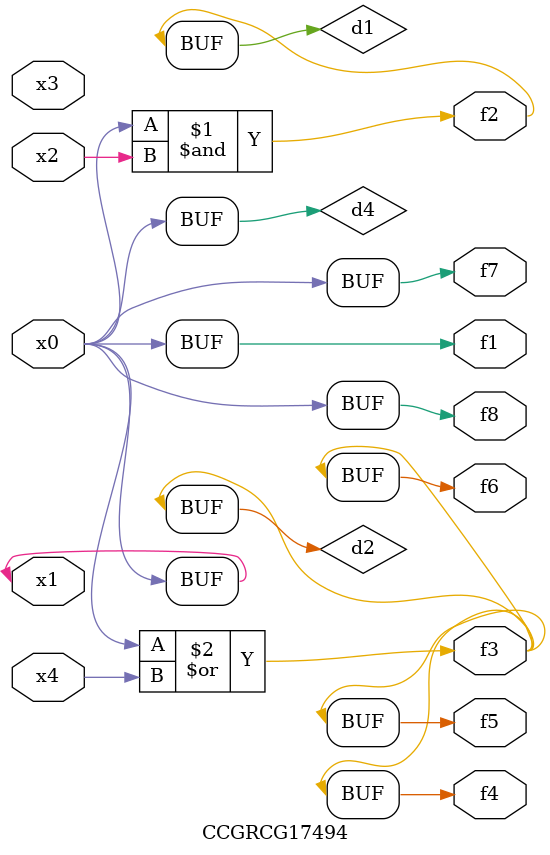
<source format=v>
module CCGRCG17494(
	input x0, x1, x2, x3, x4,
	output f1, f2, f3, f4, f5, f6, f7, f8
);

	wire d1, d2, d3, d4;

	and (d1, x0, x2);
	or (d2, x0, x4);
	nand (d3, x0, x2);
	buf (d4, x0, x1);
	assign f1 = d4;
	assign f2 = d1;
	assign f3 = d2;
	assign f4 = d2;
	assign f5 = d2;
	assign f6 = d2;
	assign f7 = d4;
	assign f8 = d4;
endmodule

</source>
